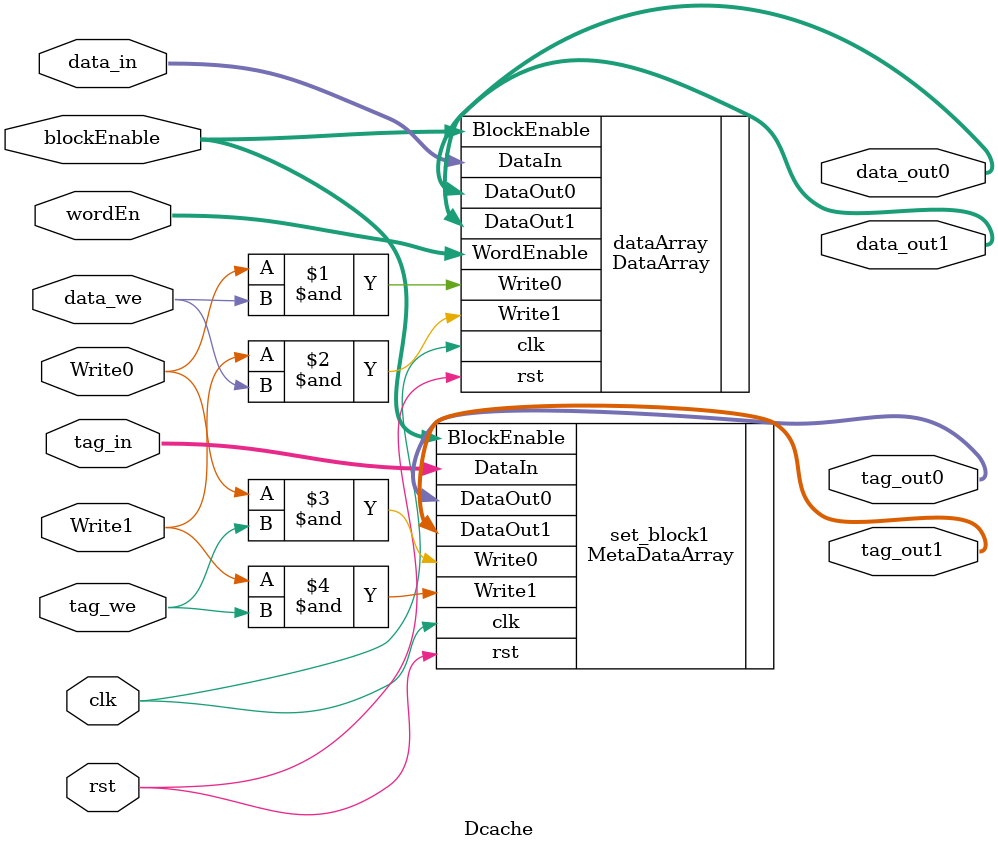
<source format=v>
module Dcache(clk, rst, data_we, tag_we, Write0, Write1, wordEn, tag_in, data_in, blockEnable, tag_out0, tag_out1, data_out0, data_out1);
input clk, rst;    
input data_we, tag_we; // write enables for data and tag array
input Write0, Write1; //way selects
input [7:0] wordEn;	//word in the data array
input [7:0] tag_in;	//tag to be stored in tag array
input [15:0] data_in; // data to be stored in data array
input [63:0] blockEnable; // block number in dataArray

output [7:0] tag_out0, tag_out1;	// tag stored at the given location in cache
output [15:0] data_out0, data_out1; //data returned by memory (afterdelay 

DataArray dataArray(.clk(clk), .rst(rst), .DataIn(data_in), .Write0(Write0 & data_we), .Write1(Write1 & data_we), .BlockEnable(blockEnable), .WordEnable(wordEn), .DataOut0(data_out0), .DataOut1(data_out1));
MetaDataArray set_block1(.clk(clk), .rst(rst), .DataIn(tag_in), .Write0(Write0 & tag_we), .Write1(Write1 & tag_we), .BlockEnable(blockEnable), .DataOut0(tag_out0), .DataOut1(tag_out1));

endmodule
</source>
